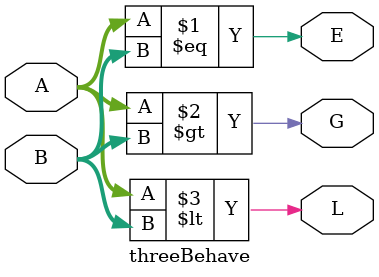
<source format=v>
`timescale 1ns / 1ps
module threeBehave(
    input [3:0] A,
    input [3:0] B,
    output G ,
    output L ,
    output E  
	 );
    assign E = (A == B);
    assign G = (A > B) ; 
    assign L = (A < B) ;

endmodule

</source>
